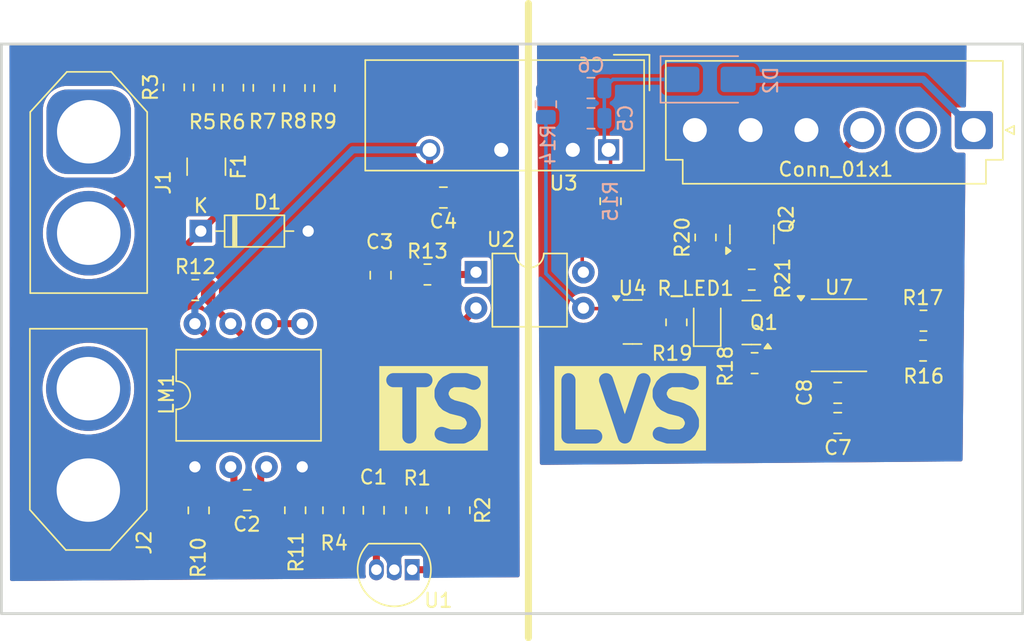
<source format=kicad_pcb>
(kicad_pcb (version 20240108) (generator "pcbnew") (generator_version "8.0")
  (layers (0 "F.Cu" signal) (31 "B.Cu" signal) (34 "B.Paste" user) (35 "F.Paste" user) (36 "B.SilkS" user "B.Silkscreen") (37 "F.SilkS" user "F.Silkscreen") (38 "B.Mask" user) (39 "F.Mask" user) (44 "Edge.Cuts" user))
  (net 0 "")
  (net 1 "/Vref")
  (net 2 "GND")
  (net 3 "Net-(LM1--)")
  (net 4 "Net-(LM1-+)")
  (net 5 "+12V")
  (net 6 "GLV-")
  (net 7 "VCC")
  (net 8 "Net-(U7-CV)")
  (net 9 "Net-(U7-THR)")
  (net 10 "/RED+")
  (net 11 "GLV+")
  (net 13 "/Vin")
  (net 14 "Net-(J1-Pin_2)")
  (net 15 "Net-(F1-Pad1)")
  (net 18 "Net-(LM1-BAL)")
  (net 19 "Net-(LM1-Pad7)")
  (net 20 "Net-(U1-REF)")
  (net 21 "Net-(R3-Pad2)")
  (net 22 "Net-(R5-Pad2)")
  (net 23 "Net-(R6-Pad1)")
  (net 24 "Net-(R8-Pad1)")
  (net 25 "Net-(R13-Pad2)")
  (net 26 "Net-(U4-G)")
  (net 27 "Net-(U4-D)")
  (net 28 "Net-(U7-DIS)")
  (net 29 "Net-(R_LED1-K)")
  (net 30 "Net-(Q1-C)")
  (net 31 "Net-(Q1-B)")
  (net 32 "Net-(U7-Q)")
  (footprint "Resistor_SMD:R_0805_2012Metric" (layer "F.Cu") (at 157.42 79.6775 -90)
    (property "Reference" "R9" (at 2.3525 0.1 0) (layer "F.SilkS"))
    (property "Value" "1k")
    (fp_line (start -0.227064 0.735) (end 0.227064 0.735) (stroke (width 0.12)) (layer "F.SilkS"))
    (fp_line (start -0.227064 -0.735) (end 0.227064 -0.735) (stroke (width 0.12)) (layer "F.SilkS"))
    (pad "1" smd roundrect (at -0.9125 0 270) (size 1.025 1.4) (layers "F.Cu" "F.Paste" "F.Mask") (roundrect_rratio 0.243902) (net 24 "Net-(R8-Pad1)"))
    (pad "2" smd roundrect (at 0.9125 0 270) (size 1.025 1.4) (layers "F.Cu" "F.Paste" "F.Mask") (roundrect_rratio 0.243902) (net 2 "GND"))
  )
  (footprint "Resistor_SMD:R_0805_2012Metric" (layer "F.Cu") (at 153.1 79.6575 -90)
    (property "Reference" "R7" (at 2.3825 0.08 0) (layer "F.SilkS"))
    (property "Value" "249k")
    (fp_line (start -0.227064 0.735) (end 0.227064 0.735) (stroke (width 0.12)) (layer "F.SilkS"))
    (fp_line (start -0.227064 -0.735) (end 0.227064 -0.735) (stroke (width 0.12)) (layer "F.SilkS"))
    (pad "1" smd roundrect (at -0.9125 0 270) (size 1.025 1.4) (layers "F.Cu" "F.Paste" "F.Mask") (roundrect_rratio 0.243902) (net 23 "Net-(R6-Pad1)"))
    (pad "2" smd roundrect (at 0.9125 0 270) (size 1.025 1.4) (layers "F.Cu" "F.Paste" "F.Mask") (roundrect_rratio 0.243902) (net 13 "/Vin"))
  )
  (footprint "Converter_DCDC:Converter_DCDC_TRACO_TBA2-xxxx_Single_THT" (layer "F.Cu") (at 177.58 84.055 -90)
    (property "Reference" "U3" (at 2.365 3.19 180) (layer "F.SilkS"))
    (property "Value" "B1212")
    (fp_line (start -6.37 17.27) (end 1.47 17.27) (stroke (width 0.12)) (layer "F.SilkS"))
    (fp_line (start -6.75 -0.366667) (end -6.75 -2.9) (stroke (width 0.12)) (layer "F.SilkS"))
    (fp_line (start -6.37 -2.52) (end -6.37 17.27) (stroke (width 0.12)) (layer "F.SilkS"))
    (fp_line (start -6.37 -2.52) (end 1.47 -2.52) (stroke (width 0.12)) (layer "F.SilkS"))
    (fp_line (start 1.47 -2.52) (end 1.47 17.27) (stroke (width 0.12)) (layer "F.SilkS"))
    (fp_line (start -6.75 -2.9) (end -4.216667 -2.9) (stroke (width 0.12)) (layer "F.SilkS"))
    (pad "1" thru_hole rect (at 0 0 270) (size 1.5 1.5) (drill 1) (layers "*.Cu" "*.Mask") (net 7 "VCC"))
    (pad "2" thru_hole circle (at 0 2.54 270) (size 1.5 1.5) (drill 1) (layers "*.Cu" "*.Mask") (net 6 "GLV-"))
    (pad "4" thru_hole circle (at 0 7.62 270) (size 1.5 1.5) (drill 1) (layers "*.Cu" "*.Mask") (net 2 "GND"))
    (pad "6" thru_hole circle (at 0 12.7 270) (size 1.5 1.5) (drill 1) (layers "*.Cu" "*.Mask") (net 5 "+12V"))
  )
  (footprint "Resistor_SMD:R_0805_2012Metric" (layer "F.Cu") (at 199.8975 98.3)
    (property "Reference" "R17" (at -0.0275 -3.75 0) (layer "F.SilkS"))
    (property "Value" "220k")
    (fp_line (start -0.227064 -0.735) (end 0.227064 -0.735) (stroke (width 0.12)) (layer "F.SilkS"))
    (fp_line (start -0.227064 0.735) (end 0.227064 0.735) (stroke (width 0.12)) (layer "F.SilkS"))
    (pad "1" smd roundrect (at -0.9125 0) (size 1.025 1.4) (layers "F.Cu" "F.Paste" "F.Mask") (roundrect_rratio 0.243902) (net 9 "Net-(U7-THR)"))
    (pad "2" smd roundrect (at 0.9125 0) (size 1.025 1.4) (layers "F.Cu" "F.Paste" "F.Mask") (roundrect_rratio 0.243902) (net 28 "Net-(U7-DIS)"))
  )
  (footprint "Resistor_SMD:R_0805_2012Metric" (layer "F.Cu") (at 146.73 79.6175 90)
    (property "Reference" "R3" (at 0 -1.65 90) (layer "F.SilkS"))
    (property "Value" "249k")
    (fp_line (start -0.227064 -0.735) (end 0.227064 -0.735) (stroke (width 0.12)) (layer "F.SilkS"))
    (fp_line (start -0.227064 0.735) (end 0.227064 0.735) (stroke (width 0.12)) (layer "F.SilkS"))
    (pad "1" smd roundrect (at -0.9125 0 90) (size 1.025 1.4) (layers "F.Cu" "F.Paste" "F.Mask") (roundrect_rratio 0.243902) (net 15 "Net-(F1-Pad1)"))
    (pad "2" smd roundrect (at 0.9125 0 90) (size 1.025 1.4) (layers "F.Cu" "F.Paste" "F.Mask") (roundrect_rratio 0.243902) (net 21 "Net-(R3-Pad2)"))
  )
  (footprint "Resistor_SMD:R_0805_2012Metric" (layer "F.Cu") (at 150.93 79.6475 -90)
    (property "Reference" "R6" (at 2.4325 0.08 180) (layer "F.SilkS"))
    (property "Value" "249k")
    (fp_line (start -0.227064 0.735) (end 0.227064 0.735) (stroke (width 0.12)) (layer "F.SilkS"))
    (fp_line (start -0.227064 -0.735) (end 0.227064 -0.735) (stroke (width 0.12)) (layer "F.SilkS"))
    (pad "1" smd roundrect (at -0.9125 0 270) (size 1.025 1.4) (layers "F.Cu" "F.Paste" "F.Mask") (roundrect_rratio 0.243902) (net 23 "Net-(R6-Pad1)"))
    (pad "2" smd roundrect (at 0.9125 0 270) (size 1.025 1.4) (layers "F.Cu" "F.Paste" "F.Mask") (roundrect_rratio 0.243902) (net 22 "Net-(R5-Pad2)"))
  )
  (footprint "Connector_AMASS:AMASS_XT60-M_1x02_P7.20mm_Vertical" (layer "F.Cu") (at 140.685 82.77 -90)
    (property "Reference" "J1" (at 3.6 -5.3 90) (layer "F.SilkS"))
    (property "Value" "Conn_01x02_Pin")
    (fp_line (start -1.4 4.15) (end 11.45 4.15) (stroke (width 0.12)) (layer "F.SilkS"))
    (fp_line (start 11.45 4.15) (end 11.45 -4.15) (stroke (width 0.12)) (layer "F.SilkS"))
    (fp_line (start -4.25 1.55) (end -1.4 4.15) (stroke (width 0.12)) (layer "F.SilkS"))
    (fp_line (start -4.25 -1.6) (end -4.25 1.55) (stroke (width 0.12)) (layer "F.SilkS"))
    (fp_line (start -1.4 -4.15) (end -4.25 -1.6) (stroke (width 0.12)) (layer "F.SilkS"))
    (fp_line (start 11.45 -4.15) (end -1.4 -4.15) (stroke (width 0.12)) (layer "F.SilkS"))
    (pad "1" thru_hole roundrect (at 0 0 270) (size 6 6) (drill 4.5) (layers "*.Cu" "*.Mask"))
    (pad "2" thru_hole circle (at 7.2 0 270) (size 6 6) (drill 4.5) (layers "*.Cu" "*.Mask") (net 14 "Net-(J1-Pin_2)"))
  )
  (footprint "Package_DIP:DIP-8_W10.16mm" (layer "F.Cu") (at 148.22 106.55 90)
    (property "Reference" "LM1" (at 5.15 -2.01 90) (layer "F.SilkS"))
    (property "Value" "LM311")
    (fp_line (start 8.315 -1.33) (end 6.08 -1.33) (stroke (width 0.12)) (layer "F.SilkS"))
    (fp_line (start 4.08 -1.33) (end 1.845 -1.33) (stroke (width 0.12)) (layer "F.SilkS"))
    (fp_line (start 1.845 -1.33) (end 1.845 8.95) (stroke (width 0.12)) (layer "F.SilkS"))
    (fp_line (start 8.315 8.95) (end 8.315 -1.33) (stroke (width 0.12)) (layer "F.SilkS"))
    (fp_line (start 1.845 8.95) (end 8.315 8.95) (stroke (width 0.12)) (layer "F.SilkS"))
    (fp_arc (start 6.08 -1.33) (mid 5.08 -0.33) (end 4.08 -1.33) (stroke (width 0.12)) (layer "F.SilkS"))
    (pad "1" thru_hole rect (at 0 0 90) (size 1.6 1.6) (drill 0.8) (layers "*.Cu" "*.Mask") (net 2 "GND"))
    (pad "2" thru_hole oval (at 0 2.54 90) (size 1.6 1.6) (drill 0.8) (layers "*.Cu" "*.Mask") (net 4 "Net-(LM1-+)"))
    (pad "3" thru_hole oval (at 0 5.08 90) (size 1.6 1.6) (drill 0.8) (layers "*.Cu" "*.Mask") (net 3 "Net-(LM1--)"))
    (pad "4" thru_hole oval (at 0 7.62 90) (size 1.6 1.6) (drill 0.8) (layers "*.Cu" "*.Mask") (net 2 "GND"))
    (pad "5" thru_hole oval (at 10.16 7.62 90) (size 1.6 1.6) (drill 0.8) (layers "*.Cu" "*.Mask") (net 18 "Net-(LM1-BAL)"))
    (pad "6" thru_hole oval (at 10.16 5.08 90) (size 1.6 1.6) (drill 0.8) (layers "*.Cu" "*.Mask") (net 18 "Net-(LM1-BAL)"))
    (pad "7" thru_hole oval (at 10.16 2.54 90) (size 1.6 1.6) (drill 0.8) (layers "*.Cu" "*.Mask") (net 19 "Net-(LM1-Pad7)"))
    (pad "8" thru_hole oval (at 10.16 0 90) (size 1.6 1.6) (drill 0.8) (layers "*.Cu" "*.Mask") (net 5 "+12V"))
  )
  (footprint "Resistor_SMD:R_0805_2012Metric" (layer "F.Cu") (at 167 109.6325 -90)
    (property "Reference" "R2" (at 0 -1.65 90) (layer "F.SilkS"))
    (property "Value" "10k")
    (fp_line (start -0.227064 0.735) (end 0.227064 0.735) (stroke (width 0.12)) (layer "F.SilkS"))
    (fp_line (start -0.227064 -0.735) (end 0.227064 -0.735) (stroke (width 0.12)) (layer "F.SilkS"))
    (pad "1" smd roundrect (at -0.9125 0 270) (size 1.025 1.4) (layers "F.Cu" "F.Paste" "F.Mask") (roundrect_rratio 0.243902) (net 20 "Net-(U1-REF)"))
    (pad "2" smd roundrect (at 0.9125 0 270) (size 1.025 1.4) (layers "F.Cu" "F.Paste" "F.Mask") (roundrect_rratio 0.243902) (net 2 "GND"))
  )
  (footprint "Package_TO_SOT_SMD:SOT-23" (layer "F.Cu") (at 187.75 90.0525 90)
    (property "Reference" "Q2" (at 1.0725 2.44 90) (layer "F.SilkS"))
    (property "Value" "AO3401A")
    (fp_line (start 0 -1.56) (end 0.65 -1.56) (stroke (width 0.12)) (layer "F.SilkS"))
    (fp_line (start 0 -1.56) (end -0.65 -1.56) (stroke (width 0.12)) (layer "F.SilkS"))
    (fp_line (start 0 1.56) (end 0.65 1.56) (stroke (width 0.12)) (layer "F.SilkS"))
    (fp_line (start 0 1.56) (end -0.65 1.56) (stroke (width 0.12)) (layer "F.SilkS"))
    (fp_poly (pts (xy -1.1625 -1.51) (xy -1.4025 -1.84) (xy -0.9225 -1.84) (xy -1.1625 -1.51)) (stroke (width 0.12)) (fill solid) (layer "F.SilkS"))
    (pad "1" smd roundrect (at -0.9375 -0.95 90) (size 1.475 0.6) (layers "F.Cu" "F.Paste" "F.Mask") (net 30 "Net-(Q1-C)"))
    (pad "2" smd roundrect (at -0.9375 0.95 90) (size 1.475 0.6) (layers "F.Cu" "F.Paste" "F.Mask") (net 10 "/RED+"))
    (pad "3" smd roundrect (at 0.9375 0 90) (size 1.475 0.6) (layers "F.Cu" "F.Paste" "F.Mask") (net 7 "VCC"))
  )
  (footprint "Package_DIP:DIP-4_W7.62mm" (layer "F.Cu") (at 168.17 92.74)
    (property "Reference" "U2" (at 1.77 -2.32 0) (layer "F.SilkS"))
    (property "Value" "LTV-817")
    (fp_line (start 1.16 -1.33) (end 1.16 3.87) (stroke (width 0.12)) (layer "F.SilkS"))
    (fp_line (start 1.16 3.87) (end 6.46 3.87) (stroke (width 0.12)) (layer "F.SilkS"))
    (fp_line (start 2.81 -1.33) (end 1.16 -1.33) (stroke (width 0.12)) (layer "F.SilkS"))
    (fp_line (start 6.46 -1.33) (end 4.81 -1.33) (stroke (width 0.12)) (layer "F.SilkS"))
    (fp_line (start 6.46 3.87) (end 6.46 -1.33) (stroke (width 0.12)) (layer "F.SilkS"))
    (fp_arc (start 4.81 -1.33) (mid 3.81 -0.33) (end 2.81 -1.33) (stroke (width 0.12)) (layer "F.SilkS"))
    (pad "1" thru_hole rect (at 0 0) (size 1.6 1.6) (drill 0.8) (layers "*.Cu" "*.Mask") (net 25 "Net-(R13-Pad2)"))
    (pad "2" thru_hole oval (at 0 2.54) (size 1.6 1.6) (drill 0.8) (layers "*.Cu" "*.Mask") (net 19 "Net-(LM1-Pad7)"))
    (pad "3" thru_hole oval (at 7.62 2.54) (size 1.6 1.6) (drill 0.8) (layers "*.Cu" "*.Mask") (net 26 "Net-(U4-G)"))
    (pad "4" thru_hole oval (at 7.62 0) (size 1.6 1.6) (drill 0.8) (layers "*.Cu" "*.Mask") (net 7 "VCC"))
  )
  (footprint "Resistor_SMD:R_0805_2012Metric" (layer "F.Cu") (at 187.9425 99.19 180)
    (property "Reference" "R18" (at 2.0725 -0.23 90) (layer "F.SilkS"))
    (property "Value" "1k")
    (fp_line (start -0.227064 0.735) (end 0.227064 0.735) (stroke (width 0.12)) (layer "F.SilkS"))
    (fp_line (start -0.227064 -0.735) (end 0.227064 -0.735) (stroke (width 0.12)) (layer "F.SilkS"))
    (pad "1" smd roundrect (at -0.9125 0 180) (size 1.025 1.4) (layers "F.Cu" "F.Paste" "F.Mask") (roundrect_rratio 0.243902) (net 32 "Net-(U7-Q)"))
    (pad "2" smd roundrect (at 0.9125 0 180) (size 1.025 1.4) (layers "F.Cu" "F.Paste" "F.Mask") (roundrect_rratio 0.243902) (net 31 "Net-(Q1-B)"))
  )
  (footprint "Resistor_SMD:R_0805_2012Metric" (layer "F.Cu") (at 155.3 79.6675 -90)
    (property "Reference" "R8" (at 2.3425 0.1 0) (layer "F.SilkS"))
    (property "Value" "25k")
    (fp_line (start -0.227064 0.735) (end 0.227064 0.735) (stroke (width 0.12)) (layer "F.SilkS"))
    (fp_line (start -0.227064 -0.735) (end 0.227064 -0.735) (stroke (width 0.12)) (layer "F.SilkS"))
    (pad "1" smd roundrect (at -0.9125 0 270) (size 1.025 1.4) (layers "F.Cu" "F.Paste" "F.Mask") (roundrect_rratio 0.243902) (net 24 "Net-(R8-Pad1)"))
    (pad "2" smd roundrect (at 0.9125 0 270) (size 1.025 1.4) (layers "F.Cu" "F.Paste" "F.Mask") (roundrect_rratio 0.243902) (net 13 "/Vin"))
  )
  (footprint "Capacitor_SMD:C_0805_2012Metric" (layer "F.Cu") (at 165.855 87.4375 180)
    (property "Reference" "C4" (at 0 -1.68 0) (layer "F.SilkS"))
    (property "Value" "1uF")
    (fp_line (start -0.261252 0.735) (end 0.261252 0.735) (stroke (width 0.12)) (layer "F.SilkS"))
    (fp_line (start -0.261252 -0.735) (end 0.261252 -0.735) (stroke (width 0.12)) (layer "F.SilkS"))
    (pad "1" smd roundrect (at -0.95 0 180) (size 1 1.45) (layers "F.Cu" "F.Paste" "F.Mask") (net 2 "GND"))
    (pad "2" smd roundrect (at 0.95 0 180) (size 1 1.45) (layers "F.Cu" "F.Paste" "F.Mask") (net 5 "+12V"))
  )
  (footprint "Resistor_SMD:R_0805_2012Metric" (layer "F.Cu") (at 187.74 93.27 180)
    (property "Reference" "R21" (at -2.2 0.1 90) (layer "F.SilkS"))
    (property "Value" "100k")
    (fp_line (start -0.227064 0.735) (end 0.227064 0.735) (stroke (width 0.12)) (layer "F.SilkS"))
    (fp_line (start -0.227064 -0.735) (end 0.227064 -0.735) (stroke (width 0.12)) (layer "F.SilkS"))
    (pad "1" smd roundrect (at -0.9125 0 180) (size 1.025 1.4) (layers "F.Cu" "F.Paste" "F.Mask") (roundrect_rratio 0.243902) (net 6 "GLV-"))
    (pad "2" smd roundrect (at 0.9125 0 180) (size 1.025 1.4) (layers "F.Cu" "F.Paste" "F.Mask") (roundrect_rratio 0.243902) (net 30 "Net-(Q1-C)"))
  )
  (footprint "Capacitor_SMD:C_0805_2012Metric" (layer "F.Cu") (at 161.4 92.95 -90)
    (property "Reference" "C3" (at -2.37 0.07 180) (layer "F.SilkS"))
    (property "Value" "100n")
    (fp_line (start -0.261252 0.735) (end 0.261252 0.735) (stroke (width 0.12)) (layer "F.SilkS"))
    (fp_line (start -0.261252 -0.735) (end 0.261252 -0.735) (stroke (width 0.12)) (layer "F.SilkS"))
    (pad "1" smd roundrect (at -0.95 0 270) (size 1 1.45) (layers "F.Cu" "F.Paste" "F.Mask") (net 5 "+12V"))
    (pad "2" smd roundrect (at 0.95 0 270) (size 1 1.45) (layers "F.Cu" "F.Paste" "F.Mask") (net 2 "GND"))
  )
  (footprint "Capacitor_SMD:C_0805_2012Metric" (layer "F.Cu") (at 160.91 109.6325 90)
    (property "Reference" "C1" (at 2.3525 -0.02 180) (layer "F.SilkS"))
    (property "Value" "0.1uF")
    (fp_line (start -0.261252 -0.735) (end 0.261252 -0.735) (stroke (width 0.12)) (layer "F.SilkS"))
    (fp_line (start -0.261252 0.735) (end 0.261252 0.735) (stroke (width 0.12)) (layer "F.SilkS"))
    (pad "1" smd roundrect (at -0.95 0 90) (size 1 1.45) (layers "F.Cu" "F.Paste" "F.Mask") (net 1 "/Vref"))
    (pad "2" smd roundrect (at 0.95 0 90) (size 1 1.45) (layers "F.Cu" "F.Paste" "F.Mask") (net 2 "GND"))
  )
  (footprint "Resistor_SMD:R_0805_2012Metric" (layer "F.Cu") (at 184.46 90.2725 90)
    (property "Reference" "R20" (at 0 -1.65 90) (layer "F.SilkS"))
    (property "Value" "1k")
    (fp_line (start -0.227064 -0.735) (end 0.227064 -0.735) (stroke (width 0.12)) (layer "F.SilkS"))
    (fp_line (start -0.227064 0.735) (end 0.227064 0.735) (stroke (width 0.12)) (layer "F.SilkS"))
    (pad "1" smd roundrect (at -0.9125 0 90) (size 1.025 1.4) (layers "F.Cu" "F.Paste" "F.Mask") (roundrect_rratio 0.243902) (net 30 "Net-(Q1-C)"))
    (pad "2" smd roundrect (at 0.9125 0 90) (size 1.025 1.4) (layers "F.Cu" "F.Paste" "F.Mask") (roundrect_rratio 0.243902) (net 7 "VCC"))
  )
  (footprint "Resistor_SMD:R_0805_2012Metric" (layer "F.Cu") (at 158.04375 109.6325 90)
    (property "Reference" "R4" (at -2.3275 0.05625 180) (layer "F.SilkS"))
    (property "Value" "2k2")
    (fp_line (start -0.227064 -0.735) (end 0.227064 -0.735) (stroke (width 0.12)) (layer "F.SilkS"))
    (fp_line (start -0.227064 0.735) (end 0.227064 0.735) (stroke (width 0.12)) (layer "F.SilkS"))
    (pad "1" smd roundrect (at -0.9125 0 90) (size 1.025 1.4) (layers "F.Cu" "F.Paste" "F.Mask") (roundrect_rratio 0.243902) (net 1 "/Vref"))
    (pad "2" smd roundrect (at 0.9125 0 90) (size 1.025 1.4) (layers "F.Cu" "F.Paste" "F.Mask") (roundrect_rratio 0.243902) (net 5 "+12V"))
  )
  (footprint "Resistor_SMD:R_0805_2012Metric" (layer "F.Cu") (at 148.85 79.6275 -90)
    (property "Reference" "R5" (at 2.4425 0.09 180) (layer "F.SilkS"))
    (property "Value" "249k")
    (fp_line (start -0.227064 0.735) (end 0.227064 0.735) (stroke (width 0.12)) (layer "F.SilkS"))
    (fp_line (start -0.227064 -0.735) (end 0.227064 -0.735) (stroke (width 0.12)) (layer "F.SilkS"))
    (pad "1" smd roundrect (at -0.9125 0 270) (size 1.025 1.4) (layers "F.Cu" "F.Paste" "F.Mask") (roundrect_rratio 0.243902) (net 21 "Net-(R3-Pad2)"))
    (pad "2" smd roundrect (at 0.9125 0 270) (size 1.025 1.4) (layers "F.Cu" "F.Paste" "F.Mask") (roundrect_rratio 0.243902) (net 22 "Net-(R5-Pad2)"))
  )
  (footprint "Resistor_SMD:R_0805_2012Metric" (layer "F.Cu") (at 148.25 94)
    (property "Reference" "R12" (at 0 -1.65 0) (layer "F.SilkS"))
    (property "Value" "1M")
    (fp_line (start -0.227064 -0.735) (end 0.227064 -0.735) (stroke (width 0.12)) (layer "F.SilkS"))
    (fp_line (start -0.227064 0.735) (end 0.227064 0.735) (stroke (width 0.12)) (layer "F.SilkS"))
    (pad "1" smd roundrect (at -0.9125 0) (size 1.025 1.4) (layers "F.Cu" "F.Paste" "F.Mask") (roundrect_rratio 0.243902) (net 13 "/Vin"))
    (pad "2" smd roundrect (at 0.9125 0) (size 1.025 1.4) (layers "F.Cu" "F.Paste" "F.Mask") (roundrect_rratio 0.243902) (net 19 "Net-(LM1-Pad7)"))
  )
  (footprint "Connector_AMASS:AMASS_XT60-M_1x02_P7.20mm_Vertical" (layer "F.Cu") (at 140.66 108.2 90)
    (property "Reference" "J2" (at -3.72 3.96 90) (layer "F.SilkS"))
    (property "Value" "Conn_01x02_Pin")
    (fp_line (start 11.45 -4.15) (end -1.4 -4.15) (stroke (width 0.12)) (layer "F.SilkS"))
    (fp_line (start -1.4 -4.15) (end -4.25 -1.6) (stroke (width 0.12)) (layer "F.SilkS"))
    (fp_line (start -4.25 -1.6) (end -4.25 1.55) (stroke (width 0.12)) (layer "F.SilkS"))
    (fp_line (start -4.25 1.55) (end -1.4 4.15) (stroke (width 0.12)) (layer "F.SilkS"))
    (fp_line (start 11.45 4.15) (end 11.45 -4.15) (stroke (width 0.12)) (layer "F.SilkS"))
    (fp_line (start -1.4 4.15) (end 11.45 4.15) (stroke (width 0.12)) (layer "F.SilkS"))
    (pad "1" thru_hole roundrect (at 0 0 90) (size 6 6) (drill 4.5) (layers "*.Cu" "*.Mask") (net 2 "GND"))
    (pad "2" thru_hole circle (at 7.2 0 90) (size 6 6) (drill 4.5) (layers "*.Cu" "*.Mask"))
  )
  (footprint "Resistor_SMD:R_0805_2012Metric" (layer "F.Cu") (at 164.725 92.9)
    (property "Reference" "R13" (at 0 -1.65 0) (layer "F.SilkS"))
    (property "Value" "2k2")
    (fp_line (start -0.227064 -0.735) (end 0.227064 -0.735) (stroke (width 0.12)) (layer "F.SilkS"))
    (fp_line (start -0.227064 0.735) (end 0.227064 0.735) (stroke (width 0.12)) (layer "F.SilkS"))
    (pad "1" smd roundrect (at -0.9125 0) (size 1.025 1.4) (layers "F.Cu" "F.Paste" "F.Mask") (roundrect_rratio 0.243902) (net 5 "+12V"))
    (pad "2" smd roundrect (at 0.9125 0) (size 1.025 1.4) (layers "F.Cu" "F.Paste" "F.Mask") (roundrect_rratio 0.243902) (net 25 "Net-(R13-Pad2)"))
  )
  (footprint "Capacitor_SMD:C_0805_2012Metric" (layer "F.Cu") (at 151.94 108.915)
    (property "Reference" "C2" (at -0.03 1.715 0) (layer "F.SilkS"))
    (property "Value" "10n")
    (fp_line (start -0.261252 -0.735) (end 0.261252 -0.735) (stroke (width 0.12)) (layer "F.SilkS"))
    (fp_line (start -0.261252 0.735) (end 0.261252 0.735) (stroke (width 0.12)) (layer "F.SilkS"))
    (pad "1" smd roundrect (at -0.95 0) (size 1 1.45) (layers "F.Cu" "F.Paste" "F.Mask") (net 4 "Net-(LM1-+)"))
    (pad "2" smd roundrect (at 0.95 0) (size 1 1.45) (layers "F.Cu" "F.Paste" "F.Mask") (net 3 "Net-(LM1--)"))
  )
  (footprint "Resistor_SMD:R_0805_2012Metric" (layer "F.Cu") (at 163.94 109.6325 90)
    (property "Reference" "R1" (at 2.2825 0.06 180) (layer "F.SilkS"))
    (property "Value" "2k")
    (fp_line (start -0.227064 -0.735) (end 0.227064 -0.735) (stroke (width 0.12)) (layer "F.SilkS"))
    (fp_line (start -0.227064 0.735) (end 0.227064 0.735) (stroke (width 0.12)) (layer "F.SilkS"))
    (pad "1" smd roundrect (at -0.9125 0 90) (size 1.025 1.4) (layers "F.Cu" "F.Paste" "F.Mask") (roundrect_rratio 0.243902) (net 1 "/Vref"))
    (pad "2" smd roundrect (at 0.9125 0 90) (size 1.025 1.4) (layers "F.Cu" "F.Paste" "F.Mask") (roundrect_rratio 0.243902) (net 20 "Net-(U1-REF)"))
  )
  (footprint "Package_TO_SOT_SMD:SOT-23" (layer "F.Cu") (at 179.28 96.27)
    (property "Reference" "U4" (at 0 -2.4 0) (layer "F.SilkS"))
    (property "Value" "2N7002")
    (fp_line (start 0 -1.56) (end -0.65 -1.56) (stroke (width 0.12)) (layer "F.SilkS"))
    (fp_line (start 0 -1.56) (end 0.65 -1.56) (stroke (width 0.12)) (layer "F.SilkS"))
    (fp_line (start 0 1.56) (end -0.65 1.56) (stroke (width 0.12)) (layer "F.SilkS"))
    (fp_line (start 0 1.56) (end 0.65 1.56) (stroke (width 0.12)) (layer "F.SilkS"))
    (fp_poly (pts (xy -1.1625 -1.51) (xy -1.4025 -1.84) (xy -0.9225 -1.84) (xy -1.1625 -1.51)) (stroke (width 0.12)) (fill solid) (layer "F.SilkS"))
    (pad "1" smd roundrect (at -0.9375 -0.95) (size 1.475 0.6) (layers "F.Cu" "F.Paste" "F.Mask") (net 26 "Net-(U4-G)"))
    (pad "2" smd roundrect (at -0.9375 0.95) (size 1.475 0.6) (layers "F.Cu" "F.Paste" "F.Mask") (net 6 "GLV-"))
    (pad "3" smd roundrect (at 0.9375 0) (size 1.475 0.6) (layers "F.Cu" "F.Paste" "F.Mask") (net 27 "Net-(U4-D)"))
  )
  (footprint "Resistor_SMD:R_0805_2012Metric" (layer "F.Cu") (at 155.34 109.6325 -90)
    (property "Reference" "R11" (at 2.9675 -0.07 90) (layer "F.SilkS"))
    (property "Value" "100")
    (fp_line (start -0.227064 0.735) (end 0.227064 0.735) (stroke (width 0.12)) (layer "F.SilkS"))
    (fp_line (start -0.227064 -0.735) (end 0.227064 -0.735) (stroke (width 0.12)) (layer "F.SilkS"))
    (pad "1" smd roundrect (at -0.9125 0 270) (size 1.025 1.4) (layers "F.Cu" "F.Paste" "F.Mask") (roundrect_rratio 0.243902) (net 3 "Net-(LM1--)"))
    (pad "2" smd roundrect (at 0.9125 0 270) (size 1.025 1.4) (layers "F.Cu" "F.Paste" "F.Mask") (roundrect_rratio 0.243902) (net 1 "/Vref"))
  )
  (footprint "Fuse:Fuse_1210_3225Metric" (layer "F.Cu") (at 149.03 85.25 -90)
    (property "Reference" "F1" (at 0 -2.28 90) (layer "F.SilkS"))
    (property "Value" "Fuse")
    (fp_line (start -0.602064 1.36) (end 0.602064 1.36) (stroke (width 0.12)) (layer "F.SilkS"))
    (fp_line (start -0.602064 -1.36) (end 0.602064 -1.36) (stroke (width 0.12)) (layer "F.SilkS"))
    (pad "1" smd roundrect (at -1.4 0 270) (size 1.25 2.65) (layers "F.Cu" "F.Paste" "F.Mask") (roundrect_rratio 0.2) (net 15 "Net-(F1-Pad1)"))
    (pad "2" smd roundrect (at 1.4 0 270) (size 1.25 2.65) (layers "F.Cu" "F.Paste" "F.Mask") (roundrect_rratio 0.2) (net 14 "Net-(J1-Pin_2)"))
  )
  (footprint "Resistor_SMD:R_0805_2012Metric" (layer "F.Cu") (at 182.3925 96.2925 -90)
    (property "Reference" "R19" (at 2.2075 0.3025 180) (layer "F.SilkS"))
    (property "Value" "1k")
    (fp_line (start -0.227064 0.735) (end 0.227064 0.735) (stroke (width 0.12)) (layer "F.SilkS"))
    (fp_line (start -0.227064 -0.735) (end 0.227064 -0.735) (stroke (width 0.12)) (layer "F.SilkS"))
    (pad "1" smd roundrect (at -0.9125 0 270) (size 1.025 1.4) (layers "F.Cu" "F.Paste" "F.Mask") (roundrect_rratio 0.243902) (net 30 "Net-(Q1-C)"))
    (pad "2" smd roundrect (at 0.9125 0 270) (size 1.025 1.4) (layers "F.Cu" "F.Paste" "F.Mask") (roundrect_rratio 0.243902) (net 29 "Net-(R_LED1-K)"))
  )
  (footprint "Resistor_SMD:R_0805_2012Metric" (layer "F.Cu") (at 177.72 87.7 90)
    (property "Reference" "R15" (at 0 0 90) (layer "B.SilkS") (effects (justify mirror)))
    (property "Value" "22k")
    (fp_line (start -0.227064 -0.735) (end 0.227064 -0.735) (stroke (width 0.12)) (layer "F.SilkS"))
    (fp_line (start -0.227064 0.735) (end 0.227064 0.735) (stroke (width 0.12)) (layer "F.SilkS"))
    (pad "1" smd roundrect (at -0.9125 0 90) (size 1.025 1.4) (layers "F.Cu" "F.Paste" "F.Mask") (roundrect_rratio 0.243902) (net 27 "Net-(U4-D)"))
    (pad "2" smd roundrect (at 0.9125 0 90) (size 1.025 1.4) (layers "F.Cu" "F.Paste" "F.Mask") (roundrect_rratio 0.243902) (net 7 "VCC"))
  )
  (footprint "Resistor_SMD:R_0805_2012Metric" (layer "F.Cu") (at 148.49 109.64 -90)
    (property "Reference" "R10" (at 3.35 0.025 90) (layer "F.SilkS"))
    (property "Value" "100")
    (fp_line (start -0.227064 0.735) (end 0.227064 0.735) (stroke (width 0.12)) (layer "F.SilkS"))
    (fp_line (start -0.227064 -0.735) (end 0.227064 -0.735) (stroke (width 0.12)) (layer "F.SilkS"))
    (pad "1" smd roundrect (at -0.9125 0 270) (size 1.025 1.4) (layers "F.Cu" "F.Paste" "F.Mask") (roundrect_rratio 0.243902) (net 4 "Net-(LM1-+)"))
    (pad "2" smd roundrect (at 0.9125 0 270) (size 1.025 1.4) (layers "F.Cu" "F.Paste" "F.Mask") (roundrect_rratio 0.243902) (net 13 "/Vin"))
  )
  (footprint "LED_SMD:LED_0805_2012Metric" (layer "F.Cu") (at 184.58 96.3025 90)
    (property "Reference" "R_LED1" (at 2.4125 -0.83 180) (layer "F.SilkS"))
    (property "Value" "VHI")
    (fp_line (start 1 -0.96) (end -1.685 -0.96) (stroke (width 0.12)) (layer "F.SilkS"))
    (fp_line (start -1.685 -0.96) (end -1.685 0.96) (stroke (width 0.12)) (layer "F.SilkS"))
    (fp_line (start -1.685 0.96) (end 1 0.96) (stroke (width 0.12)) (layer "F.SilkS"))
    (pad "1" smd roundrect (at -0.9375 0 90) (size 0.975 1.4) (layers "F.Cu" "F.Paste" "F.Mask") (net 29 "Net-(R_LED1-K)"))
    (pad "2" smd roundrect (at 0.9375 0 90) (size 0.975 1.4) (layers "F.Cu" "F.Paste" "F.Mask") (net 7 "VCC"))
  )
  (footprint "Capacitor_SMD:C_0805_2012Metric" (layer "F.Cu") (at 193.84 101.3)
    (property "Reference" "C8" (at -2.36 -0.02 90) (layer "F.SilkS"))
    (property "Value" "1u")
    (fp_line (start -0.261252 -0.735) (end 0.261252 -0.735) (stroke (width 0.12)) (layer "F.SilkS"))
    (fp_line (start -0.261252 0.735) (end 0.261252 0.735) (stroke (width 0.12)) (layer "F.SilkS"))
    (pad "1" smd roundrect (at -0.95 0) (size 1 1.45) (layers "F.Cu" "F.Paste" "F.Mask") (net 6 "GLV-"))
    (pad "2" smd roundrect (at 0.95 0) (size 1 1.45) (layers "F.Cu" "F.Paste" "F.Mask") (net 9 "Net-(U7-THR)"))
  )
  (footprint "Package_SO:SOIC-8_3.9x4.9mm_P1.27mm" (layer "F.Cu") (at 193.93 97.215)
    (property "Reference" "U7" (at 0 -3.4 0) (layer "F.SilkS"))
    (property "Value" "NE555")
    (fp_line (start 0 -2.56) (end -1.95 -2.56) (stroke (width 0.12)) (layer "F.SilkS"))
    (fp_line (start 0 -2.56) (end 1.95 -2.56) (stroke (width 0.12)) (layer "F.SilkS"))
    (fp_line (start 0 2.56) (end -1.95 2.56) (stroke (width 0.12)) (layer "F.SilkS"))
    (fp_line (start 0 2.56) (end 1.95 2.56) (stroke (width 0.12)) (layer "F.SilkS"))
    (fp_poly (pts (xy -2.7 -2.465) (xy -2.94 -2.795) (xy -2.46 -2.795) (xy -2.7 -2.465)) (stroke (width 0.12)) (fill solid) (layer "F.SilkS"))
    (pad "1" smd roundrect (at -2.475 -1.905) (size 1.95 0.6) (layers "F.Cu" "F.Paste" "F.Mask") (net 6 "GLV-"))
    (pad "2" smd roundrect (at -2.475 -0.635) (size 1.95 0.6) (layers "F.Cu" "F.Paste" "F.Mask") (net 9 "Net-(U7-THR)"))
    (pad "3" smd roundrect (at -2.475 0.635) (size 1.95 0.6) (layers "F.Cu" "F.Paste" "F.Mask") (net 32 "Net-(U7-Q)"))
    (pad "4" smd roundrect (at -2.475 1.905) (size 1.95 0.6) (layers "F.Cu" "F.Paste" "F.Mask") (net 27 "Net-(U4-D)"))
    (pad "5" smd roundrect (at 2.475 1.905) (size 1.95 0.6) (layers "F.Cu" "F.Paste" "F.Mask") (net 8 "Net-(U7-CV)"))
    (pad "6" smd roundrect (at 2.475 0.635) (size 1.95 0.6) (layers "F.Cu" "F.Paste" "F.Mask") (net 9 "Net-(U7-THR)"))
    (pad "7" smd roundrect (at 2.475 -0.635) (size 1.95 0.6) (layers "F.Cu" "F.Paste" "F.Mask") (net 28 "Net-(U7-DIS)"))
    (pad "8" smd roundrect (at 2.475 -1.905) (size 1.95 0.6) (layers "F.Cu" "F.Paste" "F.Mask") (net 7 "VCC"))
  )
  (footprint "Package_TO_SOT_SMD:SOT-23" (layer "F.Cu") (at 187.7125 96.31 180)
    (property "Reference" "Q1" (at -0.8875 0 0) (layer "F.SilkS"))
    (property "Value" "MMBT3904")
    (fp_line (start 0 1.56) (end 0.65 1.56) (stroke (width 0.12)) (layer "F.SilkS"))
    (fp_line (start 0 1.56) (end -0.65 1.56) (stroke (width 0.12)) (layer "F.SilkS"))
    (fp_line (start 0 -1.56) (end 0.65 -1.56) (stroke (width 0.12)) (layer "F.SilkS"))
    (fp_line (start 0 -1.56) (end -0.65 -1.56) (stroke (width 0.12)) (layer "F.SilkS"))
    (fp_poly (pts (xy -1.1625 -1.51) (xy -1.4025 -1.84) (xy -0.9225 -1.84) (xy -1.1625 -1.51)) (stroke (width 0.12)) (fill solid) (layer "F.SilkS"))
    (pad "1" smd roundrect (at -0.9375 -0.95 180) (size 1.475 0.6) (layers "F.Cu" "F.Paste" "F.Mask") (net 31 "Net-(Q1-B)"))
    (pad "2" smd roundrect (at -0.9375 0.95 180) (size 1.475 0.6) (layers "F.Cu" "F.Paste" "F.Mask") (net 6 "GLV-"))
    (pad "3" smd roundrect (at 0.9375 0 180) (size 1.475 0.6) (layers "F.Cu" "F.Paste" "F.Mask") (net 30 "Net-(Q1-C)"))
  )
  (footprint "Resistor_SMD:R_0805_2012Metric" (layer "F.Cu") (at 199.925 96.18 180)
    (property "Reference" "R16" (at -0.015 -3.94 0) (layer "F.SilkS"))
    (property "Value" "22k")
    (fp_line (start -0.227064 0.735) (end 0.227064 0.735) (stroke (width 0.12)) (layer "F.SilkS"))
    (fp_line (start -0.227064 -0.735) (end 0.227064 -0.735) (stroke (width 0.12)) (layer "F.SilkS"))
    (pad "1" smd roundrect (at -0.9125 0 180) (size 1.025 1.4) (layers "F.Cu" "F.Paste" "F.Mask") (roundrect_rratio 0.243902) (net 28 "Net-(U7-DIS)"))
    (pad "2" smd roundrect (at 0.9125 0 180) (size 1.025 1.4) (layers "F.Cu" "F.Paste" "F.Mask") (roundrect_rratio 0.243902) (net 7 "VCC"))
  )
  (footprint "Capacitor_SMD:C_0805_2012Metric" (layer "F.Cu") (at 193.84 103.44)
    (property "Reference" "C7" (at 0.01 1.75 0) (layer "F.SilkS"))
    (property "Value" "100n")
    (fp_line (start -0.261252 -0.735) (end 0.261252 -0.735) (stroke (width 0.12)) (layer "F.SilkS"))
    (fp_line (start -0.261252 0.735) (end 0.261252 0.735) (stroke (width 0.12)) (layer "F.SilkS"))
    (pad "1" smd roundrect (at -0.95 0) (size 1 1.45) (layers "F.Cu" "F.Paste" "F.Mask") (net 6 "GLV-"))
    (pad "2" smd roundrect (at 0.95 0) (size 1 1.45) (layers "F.Cu" "F.Paste" "F.Mask") (net 8 "Net-(U7-CV)"))
  )
  (footprint "Diode_THT:D_DO-35_SOD27_P7.62mm_Horizontal" (layer "F.Cu") (at 148.64 89.82)
    (property "Reference" "D1" (at 4.73 -2.05 0) (layer "F.SilkS"))
    (property "Value" "12V")
    (fp_line (start 1.04 0) (end 1.69 0) (stroke (width 0.12)) (layer "F.SilkS"))
    (fp_line (start 1.69 -1.12) (end 1.69 1.12) (stroke (width 0.12)) (layer "F.SilkS"))
    (fp_line (start 1.69 1.12) (end 5.93 1.12) (stroke (width 0.12)) (layer "F.SilkS"))
    (fp_line (start 2.29 -1.12) (end 2.29 1.12) (stroke (width 0.12)) (layer "F.SilkS"))
    (fp_line (start 2.41 -1.12) (end 2.41 1.12) (stroke (width 0.12)) (layer "F.SilkS"))
    (fp_line (start 2.53 -1.12) (end 2.53 1.12) (stroke (width 0.12)) (layer "F.SilkS"))
    (fp_line (start 5.93 -1.12) (end 1.69 -1.12) (stroke (width 0.12)) (layer "F.SilkS"))
    (fp_line (start 5.93 1.12) (end 5.93 -1.12) (stroke (width 0.12)) (layer "F.SilkS"))
    (fp_line (start 6.58 0) (end 5.93 0) (stroke (width 0.12)) (layer "F.SilkS"))
    (fp_text user "K" (at 0 -1.8 0) (layer "F.SilkS"))
    (pad "1" thru_hole rect (at 0 0) (size 1.6 1.6) (drill 0.8) (layers "*.Cu" "*.Mask") (net 13 "/Vin"))
    (pad "2" thru_hole oval (at 7.62 0) (size 1.6 1.6) (drill 0.8) (layers "*.Cu" "*.Mask") (net 2 "GND"))
  )
  (footprint "Package_TO_SOT_THT:TO-92_Inline" (layer "F.Cu") (at 163.64 113.85 180)
    (property "Reference" "U1" (at -1.86 -2.18 0) (layer "F.SilkS"))
    (property "Value" "TL431")
    (fp_line (start -0.53 1.85) (end 3.07 1.85) (stroke (width 0.12)) (layer "F.SilkS"))
    (fp_arc (start 1.27 -2.6) (mid 3.672087 -0.994977) (end 3.108478 1.838478) (stroke (width 0.12)) (layer "F.SilkS"))
    (fp_arc (start -0.568478 1.838478) (mid -1.132087 -0.994977) (end 1.27 -2.6) (stroke (width 0.12)) (layer "F.SilkS"))
    (pad "1" thru_hole rect (at 0 0 180) (size 1.05 1.5) (drill 0.75) (layers "*.Cu" "*.Mask") (net 20 "Net-(U1-REF)"))
    (pad "2" thru_hole oval (at 1.27 0 180) (size 1.05 1.5) (drill 0.75) (layers "*.Cu" "*.Mask") (net 2 "GND"))
    (pad "3" thru_hole oval (at 2.54 0 180) (size 1.05 1.5) (drill 0.75) (layers "*.Cu" "*.Mask") (net 1 "/Vref"))
  )
  (footprint "Connector_JST:JST_VH_B6P-VH_1x06_P3.96mm_Vertical" (layer "F.Cu") (at 203.5 82.65 180)
    (property "Reference" "Conn_01x1" (at 9.8 -2.785 0) (layer "F.SilkS"))
    (property "Value" "Conn_01x06")
    (fp_line (start 21.86 4.91) (end -2.06 4.91) (stroke (width 0.12)) (layer "F.SilkS"))
    (fp_line (start 21.86 -2.11) (end 21.86 4.91) (stroke (width 0.12)) (layer "F.SilkS"))
    (fp_line (start 20.66 -2.11) (end 21.86 -2.11) (stroke (width 0.12)) (layer "F.SilkS"))
    (fp_line (start 20.66 -3.81) (end 20.66 -2.11) (stroke (width 0.12)) (layer "F.SilkS"))
    (fp_line (start -0.86 -2.11) (end -0.86 -3.81) (stroke (width 0.12)) (layer "F.SilkS"))
    (fp_line (start -0.86 -3.81) (end 20.66 -3.81) (stroke (width 0.12)) (layer "F.SilkS"))
    (fp_line (start -2.06 4.91) (end -2.06 -2.11) (stroke (width 0.12)) (layer "F.SilkS"))
    (fp_line (start -2.06 -2.11) (end -0.86 -2.11) (stroke (width 0.12)) (layer "F.SilkS"))
    (fp_line (start -2.26 0) (end -2.86 0.3) (stroke (width 0.12)) (layer "F.SilkS"))
    (fp_line (start -2.86 0.3) (end -2.86 -0.3) (stroke (width 0.12)) (layer "F.SilkS"))
    (fp_line (start -2.86 -0.3) (end -2.26 0) (stroke (width 0.12)) (layer "F.SilkS"))
    (pad "1" thru_hole roundrect (at 0 0 180) (size 2.7 2.7) (drill 1.7) (layers "*.Cu" "*.Mask") (roundrect_rratio 0.092593) (net 11 "GLV+"))
    (pad "2" thru_hole circle (at 3.96 0 180) (size 2.7 2.7) (drill 1.7) (layers "*.Cu" "*.Mask"))
    (pad "3" thru_hole circle (at 7.92 0 180) (size 2.7 2.7) (drill 1.7) (layers "*.Cu" "*.Mask") (net 10 "/RED+"))
    (pad "4" thru_hole circle (at 11.88 0 180) (size 2.7 2.7) (drill 1.7) (layers "*.Cu" "*.Mask") (net 6 "GLV-"))
    (pad "5" thru_hole circle (at 15.84 0 180) (size 2.7 2.7) (drill 1.7) (layers "*.Cu" "*.Mask") (net 6 "GLV-"))
    (pad "6" thru_hole circle (at 19.8 0 180) (size 2.7 2.7) (drill 1.7) (layers "*.Cu" "*.Mask") (net 6 "GLV-"))
  )
  (footprint "Diode_SMD:D_SMA" (layer "B.Cu") (at 184.775 79.055)
    (property "Reference" "D2" (at 4.3075 0.07 90) (layer "B.SilkS") (effects (justify mirror)))
    (property "Value" "D")
    (fp_line (start -3.51 -1.65) (end -3.51 1.65) (stroke (width 0.12)) (layer "B.SilkS"))
    (fp_line (start 2 -1.65) (end -3.51 -1.65) (stroke (width 0.12)) (layer "B.SilkS"))
    (fp_line (start 2 1.65) (end -3.51 1.65) (stroke (width 0.12)) (layer "B.SilkS"))
    (pad "1" smd roundrect (at -2 0) (size 2.5 1.8) (layers "B.Cu" "B.Paste" "B.Mask") (roundrect_rratio 0.1388888889) (net 7 "VCC"))
    (pad "2" smd roundrect (at 2 0) (size 2.5 1.8) (layers "B.Cu" "B.Paste" "B.Mask") (roundrect_rratio 0.1388888889) (net 11 "GLV+"))
  )
  (footprint "Resistor_SMD:R_0805_2012Metric" (layer "B.Cu") (at 173.13 80.82 90)
    (property "Reference" "R14" (at -2.88 0.16 90) (layer "B.SilkS") (effects (justify mirror)))
    (property "Value" "10k")
    (fp_line (start 0.227064 -0.735) (end -0.227064 -0.735) (stroke (width 0.12)) (layer "B.SilkS"))
    (fp_line (start 0.227064 0.735) (end -0.227064 0.735) (stroke (width 0.12)) (layer "B.SilkS"))
    (pad "1" smd roundrect (at -0.9125 0 90) (size 1.025 1.4) (layers "B.Cu" "B.Paste" "B.Mask") (roundrect_rratio 0.243902) (net 26 "Net-(U4-G)"))
    (pad "2" smd roundrect (at 0.9125 0 90) (size 1.025 1.4) (layers "B.Cu" "B.Paste" "B.Mask") (roundrect_rratio 0.243902) (net 6 "GLV-"))
  )
  (footprint "Capacitor_SMD:C_0805_2012Metric" (layer "B.Cu") (at 176.33 81.815)
    (property "Reference" "C5" (at 2.45 0.005 90) (layer "B.SilkS") (effects (justify mirror)))
    (property "Value" "2.2uF")
    (fp_line (start 0.261252 -0.735) (end -0.261252 -0.735) (stroke (width 0.12)) (layer "B.SilkS"))
    (fp_line (start 0.261252 0.735) (end -0.261252 0.735) (stroke (width 0.12)) (layer "B.SilkS"))
    (pad "1" smd roundrect (at -0.95 0) (size 1 1.45) (layers "B.Cu" "B.Paste" "B.Mask") (net 6 "GLV-"))
    (pad "2" smd roundrect (at 0.95 0) (size 1 1.45) (layers "B.Cu" "B.Paste" "B.Mask") (net 7 "VCC"))
  )
  (footprint "Capacitor_SMD:C_0805_2012Metric" (layer "B.Cu") (at 176.325 79.67)
    (property "Reference" "C6" (at 0.005 -1.62 0) (layer "B.SilkS") (effects (justify mirror)))
    (property "Value" "100n")
    (fp_line (start 0.261252 -0.735) (end -0.261252 -0.735) (stroke (width 0.12)) (layer "B.SilkS"))
    (fp_line (start 0.261252 0.735) (end -0.261252 0.735) (stroke (width 0.12)) (layer "B.SilkS"))
    (pad "1" smd roundrect (at -0.95 0) (size 1 1.45) (layers "B.Cu" "B.Paste" "B.Mask") (net 6 "GLV-"))
    (pad "2" smd roundrect (at 0.95 0) (size 1 1.45) (layers "B.Cu" "B.Paste" "B.Mask") (net 7 "VCC"))
  )
  (gr_line (start 171.89 118.67) (end 171.89 73.67) (stroke (width 0.5)) (layer "F.SilkS"))
  (gr_rect (start 134.49 76.545) (end 206.97 116.965) (stroke (width 0.2)) (fill none) (layer "Edge.Cuts"))
  (gr_text "LVS" (at 173.12 104.94 0) (layer "F.SilkS" knockout) (effects (font (size 4 4) (thickness 1) (bold yes)) (justify left bottom)))
  (gr_text "TS" (at 161.26 104.94 0) (layer "F.SilkS" knockout) (effects (font (size 4 4) (thickness 1) (bold yes)) (justify left bottom)))
  (segment (start 161.1 110.7725) (end 160.91 110.5825) (width 0.5) (layer "F.Cu") (net 1))
  (segment (start 155.34 110.545) (end 163.94 110.545) (width 0.5) (layer "F.Cu") (net 1))
  (segment (start 161.1 113.85) (end 161.1 110.7725) (width 0.5) (layer "F.Cu") (net 1))
  (segment (start 160.8725 110.545) (end 160.91 110.5825) (width 0.5) (layer "F.Cu") (net 1))
  (segment (start 152.89 108.915) (end 152.89 106.96) (width 0.5) (layer "F.Cu") (net 3))
  (segment (start 153.0775 108.7275) (end 152.89 108.915) (width 0.5) (layer "F.Cu") (net 3))
  (segment (start 152.89 106.96) (end 153.3 106.55) (width 0.5) (layer "F.Cu") (net 3))
  (segment (start 152.89 108.915) (end 155.145 108.915) (width 0.5) (layer "F.Cu") (net 3))
  (segment (start 150.99 108.915) (end 150.99 106.78) (width 0.5) (layer "F.Cu") (net 4))
  (segment (start 148.49 108.7275) (end 150.8025 108.7275) (width 0.5) (layer "F.Cu") (net 4))
  (segment (start 150.8025 108.7275) (end 150.99 108.915) (width 0.5) (layer "F.Cu") (net 4))
  (segment (start 150.99 106.78) (end 150.76 106.55) (width 0.5) (layer "F.Cu") (net 4))
  (segment (start 164.905 88.495) (end 164.905 87.4375) (width 0.5) (layer "F.Cu") (net 5))
  (segment (start 163.6375 93.075) (end 163.8125 92.9) (width 0.5) (layer "F.Cu") (net 5))
  (segment (start 164.88 87.4125) (end 164.905 87.4375) (width 0.5) (layer "F.Cu") (net 5))
  (segment (start 158.04375 106.21375) (end 158.04375 108.72) (width 0.5) (layer "F.Cu") (net 5))
  (segment (start 161.4 92) (end 164.905 88.495) (width 0.5) (layer "F.Cu") (net 5))
  (segment (start 162.9125 92) (end 163.8125 92.9) (width 0.5) (layer "F.Cu") (net 5))
  (segment (start 161.4 92) (end 162.9125 92) (width 0.5) (layer "F.Cu") (net 5))
  (segment (start 164.88 84.055) (end 164.88 87.4125) (width 0.5) (layer "F.Cu") (net 5))
  (segment (start 148.22 96.39) (end 158.04375 106.21375) (width 0.5) (layer "F.Cu") (net 5))
  (segment (start 148.22 96.39) (end 148.22 95.25863) (width 0.5) (layer "B.Cu") (net 5))
  (segment (start 148.22 95.25863) (end 159.42363 84.055) (width 0.5) (layer "B.Cu") (net 5))
  (segment (start 159.42363 84.055) (end 164.88 84.055) (width 0.5) (layer "B.Cu") (net 5))
  (segment (start 190.023 97.223) (end 193.153 97.223) (width 0.254) (layer "F.Cu") (net 6))
  (segment (start 188.6525 95.3575) (end 188.65 95.36) (width 0.254) (layer "F.Cu") (net 6))
  (segment (start 188.6525 93.27) (end 188.6525 95.3575) (width 0.5) (layer "F.Cu") (net 6))
  (segment (start 193.153 97.223) (end 193.79 97.86) (width 0.254) (layer "F.Cu") (net 6))
  (segment (start 189.98 97.18) (end 190.023 97.223) (width 0.254) (layer "F.Cu") (net 6))
  (segment (start 177.72 86.7875) (end 177.72 84.195) (width 0.25) (layer "F.Cu") (net 7))
  (segment (start 178.0275 86.7875) (end 182.19 90.95) (width 0.25) (layer "F.Cu") (net 7))
  (segment (start 177.72 84.195) (end 177.58 84.055) (width 0.25) (layer "F.Cu") (net 7))
  (segment (start 184.46 89.36) (end 183.78 89.36) (width 0.25) (layer "F.Cu") (net 7))
  (segment (start 198.1425 95.31) (end 196.4 95.31) (width 0.25) (layer "F.Cu") (net 7))
  (segment (start 182.19 90.95) (end 182.19 92.975) (width 0.25) (layer "F.Cu") (net 7))
  (segment (start 199.0125 96.18) (end 198.1425 95.31) (width 0.25) (layer "F.Cu") (net 7))
  (segment (start 182.19 92.975) (end 184.58 95.365) (width 0.25) (layer "F.Cu") (net 7))
  (segment (start 177.72 86.7875) (end 178.0275 86.7875) (width 0.25) (layer "F.Cu") (net 7))
  (segment (start 187.75 89.115) (end 187.75 91.82) (width 0.25) (layer "F.Cu") (net 7))
  (segment (start 193.335 92.245) (end 196.4 95.31) (width 0.25) (layer "F.Cu") (net 7))
  (segment (start 183.78 89.36) (end 182.19 90.95) (width 0.25) (layer "F.Cu") (net 7))
  (segment (start 184.46 89.36) (end 187.505 89.36) (width 0.25) (layer "F.Cu") (net 7))
  (segment (start 187.75 91.82) (end 188.175 92.245) (width 0.25) (layer "F.Cu") (net 7))
  (segment (start 188.175 92.245) (end 193.335 92.245) (width 0.25) (layer "F.Cu") (net 7))
  (segment (start 175.71 88.7975) (end 177.72 86.7875) (width 0.25) (layer "F.Cu") (net 7))
  (segment (start 187.505 89.36) (end 187.75 89.115) (width 0.25) (layer "F.Cu") (net 7))
  (segment (start 175.71 92.88) (end 175.71 88.7975) (width 0.25) (layer "F.Cu") (net 7))
  (segment (start 177.275 83.75) (end 177.58 84.055) (width 0.25) (layer "B.Cu") (net 7))
  (segment (start 177.275 79.67) (end 177.275 83.75) (width 0.25) (layer "B.Cu") (net 7))
  (segment (start 177.89 79.055) (end 182.775 79.055) (width 0.254) (layer "B.Cu") (net 7))
  (segment (start 177.275 79.67) (end 177.89 79.055) (width 0.254) (layer "B.Cu") (net 7))
  (segment (start 193.965 102.615) (end 193.965 100.575) (width 0.25) (layer "F.Cu") (net 8))
  (segment (start 194.79 103.44) (end 193.965 102.615) (width 0.25) (layer "F.Cu") (net 8))
  (segment (start 195.42 99.12) (end 196.4 99.12) (width 0.25) (layer "F.Cu") (net 8))
  (segment (start 193.965 100.575) (end 195.42 99.12) (width 0.25) (layer "F.Cu") (net 8))
  (segment (start 196.85 98.3) (end 196.4 97.85) (width 0.25) (layer "F.Cu") (net 9))
  (segment (start 195.985 101.3) (end 198.985 98.3) (width 0.25) (layer "F.Cu") (net 9))
  (segment (start 195.415001 97.85) (end 194.145001 96.58) (width 0.25) (layer "F.Cu") (net 9))
  (segment (start 195.415001 97.85) (end 196.4 97.85) (width 0.25) (layer "F.Cu") (net 9))
  (segment (start 194.79 101.3) (end 195.985 101.3) (width 0.25) (layer "F.Cu") (net 9))
  (segment (start 194.145001 96.58) (end 191.46 96.58) (width 0.25) (layer "F.Cu") (net 9))
  (segment (start 198.985 98.3) (end 196.85 98.3) (width 0.25) (layer "F.Cu") (net 9))
  (segment (start 195.58 82.65) (end 188.7 89.53) (width 0.5) (layer "F.Cu") (net 10))
  (segment (start 188.7 89.53) (end 188.7 90.99) (width 0.5) (layer "F.Cu") (net 10))
  (segment (start 186.775 79.055) (end 199.905 79.055) (width 0.5) (layer "B.Cu") (net 11))
  (segment (start 199.905 79.055) (end 203.5 82.65) (width 0.5) (layer "B.Cu") (net 11))
  (segment (start 153.1 80.57) (end 153.1 85.36) (width 0.5) (layer "F.Cu") (net 13))
  (segment (start 153.11 80.58) (end 153.1 80.57) (width 0.5) (layer "F.Cu") (net 13))
  (segment (start 147.3375 91.1225) (end 147.3375 94) (width 0.5) (layer "F.Cu") (net 13))
  (segment (start 148.64 89.82) (end 147.3375 91.1225) (width 0.5) (layer "F.Cu") (net 13))
  (segment (start 146.11 108.1725) (end 148.49 110.5525) (width 0.5) (layer "F.Cu") (net 13))
  (segment (start 146.11 94.59) (end 146.11 108.1725) (width 0.5) (layer "F.Cu") (net 13))
  (segment (start 147.3375 94) (end 146.7 94) (width 0.5) (layer "F.Cu") (net 13))
  (segment (start 153.1 85.36) (end 148.64 89.82) (width 0.5) (layer "F.Cu") (net 13))
  (segment (start 155.3 80.58) (end 153.11 80.58) (width 0.5) (layer "F.Cu") (net 13))
  (segment (start 146.7 94) (end 146.11 94.59) (width 0.5) (layer "F.Cu") (net 13))
  (segment (start 144.005 86.65) (end 140.685 89.97) (width 1) (layer "F.Cu") (net 14))
  (segment (start 140.685 89.97) (end 140.685 88.602593) (width 0.25) (layer "F.Cu") (net 14))
  (segment (start 149.03 86.65) (end 144.005 86.65) (width 1) (layer "F.Cu") (net 14))
  (segment (start 149.03 83.85) (end 146.73 81.55) (width 0.5) (layer "F.Cu") (net 15))
  (segment (start 146.73 81.55) (end 146.73 80.53) (width 0.5) (layer "F.Cu") (net 15))
  (segment (start 153.3 96.39) (end 155.84 96.39) (width 0.5) (layer "F.Cu") (net 18))
  (segment (start 164.57 98.94) (end 167.205 96.305) (width 0.5) (layer "F.Cu") (net 19))
  (segment (start 149.1625 94.7925) (end 150.76 96.39) (width 0.5) (layer "F.Cu") (net 19))
  (segment (start 153.31 98.94) (end 164.57 98.94) (width 0.5) (layer "F.Cu") (net 19))
  (segment (start 167.205 96.305) (end 168.09 95.42) (width 0.5) (layer "F.Cu") (net 19))
  (segment (start 149.1625 94) (end 149.1625 94.7925) (width 0.5) (layer "F.Cu") (net 19))
  (segment (start 150.76 96.39) (end 153.31 98.94) (width 0.5) (layer "F.Cu") (net 19))
  (segment (start 169.38 109.95) (end 169.38 112.71) (width 0.5) (layer "F.Cu") (net 20))
  (segment (start 163.94 108.72) (end 167 108.72) (width 0.5) (layer "F.Cu") (net 20))
  (segment (start 167 108.72) (end 168.15 108.72) (width 0.5) (layer "F.Cu") (net 20))
  (segment (start 168.15 108.72) (end 169.38 109.95) (width 0.5) (layer "F.Cu") (net 20))
  (segment (start 168.24 113.85) (end 163.64 113.85) (width 0.5) (layer "F.Cu") (net 20))
  (segment (start 169.38 112.71) (end 168.24 113.85) (width 0.5) (layer "F.Cu") (net 20))
  (segment (start 148.84 78.705) (end 148.85 78.715) (width 0.5) (layer "F.Cu") (net 21))
  (segment (start 146.73 78.705) (end 148.84 78.705) (width 0.5) (layer "F.Cu") (net 21))
  (segment (start 148.87 80.56) (end 148.85 80.54) (width 0.5) (layer "F.Cu") (net 22))
  (segment (start 150.93 80.56) (end 148.87 80.56) (width 0.5) (layer "F.Cu") (net 22))
  (segment (start 153.09 78.735) (end 153.1 78.745) (width 0.5) (layer "F.Cu") (net 23))
  (segment (start 150.93 78.735) (end 153.09 78.735) (width 0.5) (layer "F.Cu") (net 23))
  (segment (start 157.42 78.765) (end 155.31 78.765) (width 0.5) (layer "F.Cu") (net 24))
  (segment (start 155.31 78.765) (end 155.3 78.755) (width 0.5) (layer "F.Cu") (net 24))
  (segment (start 165.6375 92.9) (end 168.07 92.9) (width 0.5) (layer "F.Cu") (net 25))
  (segment (start 168.07 92.9) (end 168.09 92.88) (width 0.5) (layer "F.Cu") (net 25))
  (segment (start 178.22 95.32) (end 175.81 95.32) (width 0.25) (layer "F.Cu") (net 26))
  (segment (start 175.81 95.32) (end 175.71 95.42) (width 0.25) (layer "F.Cu") (net 26))
  (segment (start 173.13 81.7325) (end 173.13 92.84) (width 0.25) (layer "B.Cu") (net 26))
  (segment (start 173.13 92.84) (end 175.71 95.42) (width 0.25) (layer "B.Cu") (net 26))
  (segment (start 190.365 100.215) (end 191.46 99.12) (width 0.25) (layer "F.Cu") (net 27))
  (segment (start 180.34 91.2325) (end 180.34 96.27) (width 0.25) (layer "F.Cu") (net 27))
  (segment (start 177.72 88.6125) (end 180.34 91.2325) (width 0.25) (layer "F.Cu") (net 27))
  (segment (start 180.34 96.6851) (end 183.8699 100.215) (width 0.25) (layer "F.Cu") (net 27))
  (segment (start 180.34 96.27) (end 180.34 96.6851) (width 0.25) (layer "F.Cu") (net 27))
  (segment (start 183.8699 100.215) (end 190.365 100.215) (width 0.25) (layer "F.Cu") (net 27))
  (segment (start 199.715 97.205) (end 197.025 97.205) (width 0.25) (layer "F.Cu") (net 28))
  (segment (start 199.8125 97.205) (end 197.025 97.205) (width 0.25) (layer "F.Cu") (net 28))
  (segment (start 197.025 97.205) (end 196.4 96.58) (width 0.25) (layer "F.Cu") (net 28))
  (segment (start 200.8375 96.18) (end 199.8125 97.205) (width 0.25) (layer "F.Cu") (net 28))
  (segment (start 200.81 98.3) (end 199.715 97.205) (width 0.25) (layer "F.Cu") (net 28))
  (segment (start 182.3925 97.205) (end 184.545 97.205) (width 0.25) (layer "F.Cu") (net 29))
  (segment (start 184.545 97.205) (end 184.58 97.24) (width 0.25) (layer "F.Cu") (net 29))
  (segment (start 186.8 90.99) (end 186.8 93.2425) (width 0.25) (layer "F.Cu") (net 30))
  (segment (start 186.8 93.2425) (end 186.8275 93.27) (width 0.25) (layer "F.Cu") (net 30))
  (segment (start 186.775 93.3225) (end 186.8275 93.27) (width 0.25) (layer "F.Cu") (net 30))
  (segment (start 186.775 96.31) (end 186.775 93.3225) (width 0.25) (layer "F.Cu") (net 30))
  (segment (start 186.605 91.185) (end 186.8 90.99) (width 0.25) (layer "F.Cu") (net 30))
  (segment (start 183.3225 96.31) (end 186.775 96.31) (width 0.25) (layer "F.Cu") (net 30))
  (segment (start 182.3925 95.38) (end 183.3225 96.31) (width 0.25) (layer "F.Cu") (net 30))
  (segment (start 184.46 91.185) (end 186.605 91.185) (width 0.25) (layer "F.Cu") (net 30))
  (segment (start 187.03 99.19) (end 187.03 98.88) (width 0.25) (layer "F.Cu") (net 31))
  (segment (start 187.03 98.88) (end 188.65 97.26) (width 0.25) (layer "F.Cu") (net 31))
  (segment (start 190.195 97.85) (end 191.46 97.85) (width 0.25) (layer "F.Cu") (net 32))
  (segment (start 188.855 99.19) (end 190.195 97.85) (width 0.25) (layer "F.Cu") (net 32))
  (zone (net 6) (net_name "GLV-") (layers "F&B.Cu") (connect_pads yes (clearance 0.254)) (min_thickness 0.25) (fill yes (thermal_gap 0.5) (thermal_bridge_width 0.5))
    (polygon (pts (xy 172.495 76.22) (xy 202.99 76.08) (xy 202.7 106.16) (xy 172.705 106.41)))
  )
  (zone (net 2) (net_name "GND") (layers "F&B.Cu") (connect_pads yes (clearance 0.254)) (min_thickness 0.25) (fill yes (thermal_gap 0.5) (thermal_bridge_width 0.5))
    (polygon (pts (xy 135.06 76.555) (xy 171.205 76.185) (xy 171.27 114.385) (xy 135.1 114.655)))
  )
)
</source>
